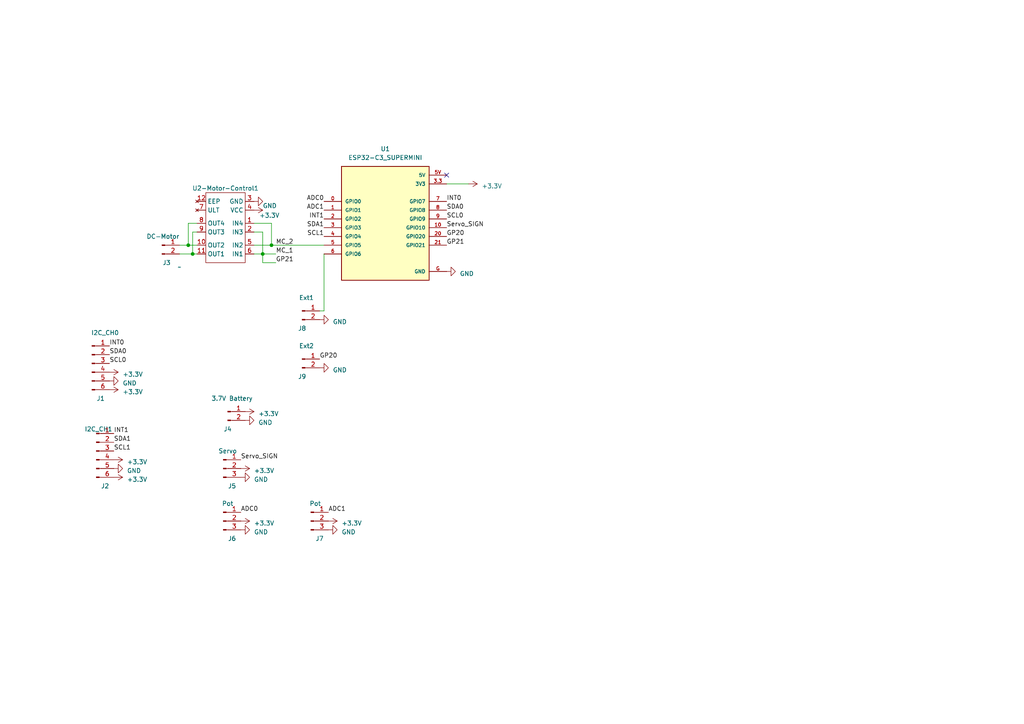
<source format=kicad_sch>
(kicad_sch (version 20231120) (generator "eeschema") (generator_version "8.0")
  (paper "A4")
  (lib_symbols
    (symbol "Connector:Conn_01x02_Pin" (pin_names (offset 1.016) hide)
      (property "Reference" "J" (at 0 2.54 0))
      (property "Value" "Conn_01x02_Pin" (at 0 -5.08 0))
      (symbol "Conn_01x02_Pin_1_1"
        (polyline (pts (xy 1.27 -2.54) (xy 0.8636 -2.54)) (stroke (width 0.1524)))
        (polyline (pts (xy 1.27 0) (xy 0.8636 0)) (stroke (width 0.1524)))
        (rectangle (start 0.8636 -2.413) (end 0 -2.667) (stroke (width 0.1524)) (fill (type outline)))
        (rectangle (start 0.8636 0.127) (end 0 -0.127) (stroke (width 0.1524)) (fill (type outline)))
        (pin passive line (at 5.08 0 180) (length 3.81) (name "Pin_1") (number "1"))
        (pin passive line (at 5.08 -2.54 180) (length 3.81) (name "Pin_2") (number "2"))
      )
    )
    (symbol "Connector:Conn_01x03_Pin" (pin_names (offset 1.016) hide)
      (property "Reference" "J" (at 0 5.08 0))
      (property "Value" "Conn_01x03_Pin" (at 0 -5.08 0))
      (symbol "Conn_01x03_Pin_1_1"
        (polyline (pts (xy 1.27 -2.54) (xy 0.8636 -2.54)) (stroke (width 0.1524)))
        (polyline (pts (xy 1.27 0) (xy 0.8636 0)) (stroke (width 0.1524)))
        (polyline (pts (xy 1.27 2.54) (xy 0.8636 2.54)) (stroke (width 0.1524)))
        (rectangle (start 0.8636 -2.413) (end 0 -2.667) (stroke (width 0.1524)) (fill (type outline)))
        (rectangle (start 0.8636 0.127) (end 0 -0.127) (stroke (width 0.1524)) (fill (type outline)))
        (rectangle (start 0.8636 2.667) (end 0 2.413) (stroke (width 0.1524)) (fill (type outline)))
        (pin passive line (at 5.08 2.54 180) (length 3.81) (name "Pin_1") (number "1"))
        (pin passive line (at 5.08 0 180) (length 3.81) (name "Pin_2") (number "2"))
        (pin passive line (at 5.08 -2.54 180) (length 3.81) (name "Pin_3") (number "3"))
      )
    )
    (symbol "Connector:Conn_01x06_Pin" (pin_names (offset 1.016) hide)
      (property "Reference" "J" (at 0 7.62 0))
      (property "Value" "Conn_01x06_Pin" (at 0 -10.16 0))
      (symbol "Conn_01x06_Pin_1_1"
        (polyline (pts (xy 1.27 -7.62) (xy 0.8636 -7.62)) (stroke (width 0.1524)))
        (polyline (pts (xy 1.27 -5.08) (xy 0.8636 -5.08)) (stroke (width 0.1524)))
        (polyline (pts (xy 1.27 -2.54) (xy 0.8636 -2.54)) (stroke (width 0.1524)))
        (polyline (pts (xy 1.27 0) (xy 0.8636 0)) (stroke (width 0.1524)))
        (polyline (pts (xy 1.27 2.54) (xy 0.8636 2.54)) (stroke (width 0.1524)))
        (polyline (pts (xy 1.27 5.08) (xy 0.8636 5.08)) (stroke (width 0.1524)))
        (rectangle (start 0.8636 -7.493) (end 0 -7.747) (stroke (width 0.1524)) (fill (type outline)))
        (rectangle (start 0.8636 -4.953) (end 0 -5.207) (stroke (width 0.1524)) (fill (type outline)))
        (rectangle (start 0.8636 -2.413) (end 0 -2.667) (stroke (width 0.1524)) (fill (type outline)))
        (rectangle (start 0.8636 0.127) (end 0 -0.127) (stroke (width 0.1524)) (fill (type outline)))
        (rectangle (start 0.8636 2.667) (end 0 2.413) (stroke (width 0.1524)) (fill (type outline)))
        (rectangle (start 0.8636 5.207) (end 0 4.953) (stroke (width 0.1524)) (fill (type outline)))
        (pin passive line (at 5.08 5.08 180) (length 3.81) (name "Pin_1") (number "1"))
        (pin passive line (at 5.08 2.54 180) (length 3.81) (name "Pin_2") (number "2"))
        (pin passive line (at 5.08 0 180) (length 3.81) (name "Pin_3") (number "3"))
        (pin passive line (at 5.08 -2.54 180) (length 3.81) (name "Pin_4") (number "4"))
        (pin passive line (at 5.08 -5.08 180) (length 3.81) (name "Pin_5") (number "5"))
        (pin passive line (at 5.08 -7.62 180) (length 3.81) (name "Pin_6") (number "6"))
      )
    )
    (symbol "DRV8833:DRV8833_Module"
      (property "Reference" "U" (at -19.05 0 0))
      (symbol "DRV8833_Module_0_1"
        (rectangle (start -19.05 -1.27) (end -7.62 -21.59))
      )
      (symbol "DRV8833_Module_1_1"
        (pin input line (at -21.59 -12.7 0) (length 2.54) (name "IN4") (number "1"))
        (pin output line (at -5.08 -6.35 180) (length 2.54) (name "OUT2") (number "10"))
        (pin output line (at -5.08 -3.81 180) (length 2.54) (name "OUT1") (number "11"))
        (pin no_connect line (at -5.08 -19.05 180) (length 2.54) (name "EEP") (number "12"))
        (pin input line (at -21.59 -10.16 0) (length 2.54) (name "IN3") (number "2"))
        (pin power_in line (at -21.59 -19.05 0) (length 2.54) (name "GND") (number "3"))
        (pin power_in line (at -21.59 -16.51 0) (length 2.54) (name "VCC") (number "4"))
        (pin input line (at -21.59 -6.35 0) (length 2.54) (name "IN2") (number "5"))
        (pin input line (at -21.59 -3.81 0) (length 2.54) (name "IN1") (number "6"))
        (pin no_connect line (at -5.08 -16.51 180) (length 2.54) (name "ULT") (number "7"))
        (pin output line (at -5.08 -12.7 180) (length 2.54) (name "OUT4") (number "8"))
        (pin output line (at -5.08 -10.16 180) (length 2.54) (name "OUT3") (number "9"))
      )
    )
    (symbol "ESP32-C3_SUPERMINI:ESP32-C3_SUPERMINI" (pin_names (offset 1.016))
      (property "Reference" "U" (at -12.7 16.002 0))
      (property "Value" "ESP32-C3_SUPERMINI" (at -12.7 -20.32 0))
      (symbol "ESP32-C3_SUPERMINI_0_0"
        (rectangle (start -12.7 15.24) (end 12.7 -17.78) (stroke (width 0.254)) (fill (type background)))
        (pin bidirectional line (at -17.78 5.08 0) (length 5.08) (name "GPIO0") (number "0"))
        (pin bidirectional line (at -17.78 2.54 0) (length 5.08) (name "GPIO1") (number "1"))
        (pin bidirectional line (at 17.78 -2.54 180) (length 5.08) (name "GPIO10") (number "10"))
        (pin bidirectional line (at -17.78 0 0) (length 5.08) (name "GPIO2") (number "2"))
        (pin bidirectional line (at 17.78 -5.08 180) (length 5.08) (name "GPIO20") (number "20"))
        (pin bidirectional line (at 17.78 -7.62 180) (length 5.08) (name "GPIO21") (number "21"))
        (pin bidirectional line (at -17.78 -2.54 0) (length 5.08) (name "GPIO3") (number "3"))
        (pin power_in line (at 17.78 10.16 180) (length 5.08) (name "3V3") (number "3.3"))
        (pin bidirectional line (at -17.78 -5.08 0) (length 5.08) (name "GPIO4") (number "4"))
        (pin bidirectional line (at -17.78 -7.62 0) (length 5.08) (name "GPIO5") (number "5"))
        (pin power_in line (at 17.78 12.7 180) (length 5.08) (name "5V") (number "5V"))
        (pin bidirectional line (at -17.78 -10.16 0) (length 5.08) (name "GPIO6") (number "6"))
        (pin bidirectional line (at 17.78 5.08 180) (length 5.08) (name "GPIO7") (number "7"))
        (pin bidirectional line (at 17.78 2.54 180) (length 5.08) (name "GPIO8") (number "8"))
        (pin bidirectional line (at 17.78 0 180) (length 5.08) (name "GPIO9") (number "9"))
        (pin power_in line (at 17.78 -15.24 180) (length 5.08) (name "GND") (number "G"))
      )
    )
    (symbol "power:+3.3V" (power) (pin_names (offset 0))
      (property "Value" "+3.3V" (at 0 3.556 0))
      (symbol "+3.3V_0_1"
        (polyline (pts (xy -0.762 1.27) (xy 0 2.54)))
        (polyline (pts (xy 0 0) (xy 0 2.54)))
        (polyline (pts (xy 0 2.54) (xy 0.762 1.27)))
      )
      (symbol "+3.3V_1_1"
        (pin power_in line (at 0 0 90) (length 0) hide (name "+3.3V") (number "1"))
      )
    )
    (symbol "power:GND" (power) (pin_names (offset 0))
      (property "Value" "GND" (at 0 -3.81 0))
      (symbol "GND_0_1"
        (polyline (pts (xy 0 0) (xy 0 -1.27) (xy 1.27 -1.27) (xy 0 -2.54) (xy -1.27 -1.27) (xy 0 -1.27)))
      )
      (symbol "GND_1_1"
        (pin power_in line (at 0 0 270) (length 0) hide (name "GND") (number "1"))
      )
    )
  )
  (junction (at 76.2 73.66))
  (junction (at 78.74 71.12))
  (junction (at 54.61 71.12))
  (junction (at 55.88 73.66))
  (no_connect (at 129.54 50.8))
  (wire (pts (xy 93.98 73.66) (xy 93.98 90.17)))
  (wire (pts (xy 73.66 71.12) (xy 78.74 71.12)))
  (wire (pts (xy 73.66 64.77) (xy 78.74 64.77)))
  (wire (pts (xy 73.66 73.66) (xy 76.2 73.66)))
  (wire (pts (xy 129.54 53.34) (xy 135.89 53.34)))
  (wire (pts (xy 55.88 67.31) (xy 55.88 73.66)))
  (wire (pts (xy 80.01 76.2) (xy 76.2 76.2)))
  (wire (pts (xy 57.15 71.12) (xy 54.61 71.12)))
  (wire (pts (xy 55.88 73.66) (xy 52.07 73.66)))
  (wire (pts (xy 54.61 64.77) (xy 54.61 71.12)))
  (wire (pts (xy 76.2 73.66) (xy 76.2 76.2)))
  (wire (pts (xy 92.71 90.17) (xy 93.98 90.17)))
  (wire (pts (xy 78.74 71.12) (xy 93.98 71.12)))
  (wire (pts (xy 57.15 73.66) (xy 55.88 73.66)))
  (wire (pts (xy 73.66 67.31) (xy 76.2 67.31)))
  (wire (pts (xy 57.15 64.77) (xy 54.61 64.77)))
  (wire (pts (xy 76.2 73.66) (xy 80.01 73.66)))
  (wire (pts (xy 78.74 64.77) (xy 78.74 71.12)))
  (wire (pts (xy 57.15 67.31) (xy 55.88 67.31)))
  (wire (pts (xy 76.2 67.31) (xy 76.2 73.66)))
  (wire (pts (xy 54.61 71.12) (xy 52.07 71.12)))
  (label "SDA0" (at 129.54 60.96 0))
  (label "Servo_SIGN" (at 129.54 66.04 0))
  (label "GP21" (at 80.01 76.2 0))
  (label "INT0" (at 129.54 58.42 0))
  (label "SCL1" (at 33.02 130.81 0))
  (label "INT0" (at 31.75 100.33 0))
  (label "SDA0" (at 31.75 102.87 0))
  (label "GP20" (at 129.54 68.58 0))
  (label "SCL0" (at 129.54 63.5 0))
  (label "GP21" (at 129.54 71.12 0))
  (label "INT1" (at 93.98 63.5 180))
  (label "INT1" (at 33.02 125.73 0))
  (label "ADC0" (at 69.85 148.59 0))
  (label "ADC1" (at 95.25 148.59 0))
  (label "SDA1" (at 93.98 66.04 180))
  (label "MC_2" (at 80.01 71.12 0))
  (label "ADC0" (at 93.98 58.42 180))
  (label "Servo_SIGN" (at 69.85 133.35 0))
  (label "SCL1" (at 93.98 68.58 180))
  (label "SDA1" (at 33.02 128.27 0))
  (label "ADC1" (at 93.98 60.96 180))
  (label "SCL0" (at 31.75 105.41 0))
  (label "GP20" (at 92.71 104.14 0))
  (label "MC_1" (at 80.01 73.66 0))
  (symbol (lib_id "power:+3.3V") (at 73.66 60.96 270) (unit 1)
    (property "Reference" "#PWR011" (effects (hide yes)))
    (property "Value" "+3.3V" (at 75.184 62.484 90) (effects (justify left)))
  )
  (symbol (lib_id "power:+3.3V") (at 31.75 113.03 270) (unit 1)
    (property "Reference" "#PWR05" (effects (hide yes)))
    (property "Value" "+3.3V" (at 35.56 113.665 90) (effects (justify left)))
  )
  (symbol (lib_id "power:+3.3V") (at 33.02 138.43 270) (unit 1)
    (property "Reference" "#PWR03" (effects (hide yes)))
    (property "Value" "+3.3V" (at 36.83 139.065 90) (effects (justify left)))
  )
  (symbol (lib_id "power:+3.3V") (at 69.85 135.89 270) (unit 1)
    (property "Reference" "#PWR08" (effects (hide yes)))
    (property "Value" "+3.3V" (at 73.66 136.525 90) (effects (justify left)))
  )
  (symbol (lib_id "power:GND") (at 71.12 121.92 90) (unit 1)
    (property "Reference" "#PWR017" (effects (hide yes)))
    (property "Value" "GND" (at 74.93 122.555 90) (effects (justify right)))
    (property "Footprint" "Connector_PinHeader_2.54mm:PinHeader_1x02_P2.54mm_Vertical" (effects (hide yes)))
  )
  (symbol (lib_id "Connector:Conn_01x02_Pin") (at 87.63 104.14 0) (unit 1)
    (property "Reference" "J9" (at 87.63 109.22 0))
    (property "Value" "Ext2" (at 88.9 100.33 0))
    (property "Footprint" "Connector_PinHeader_2.54mm:PinHeader_1x02_P2.54mm_Vertical" (effects (hide yes)))
  )
  (symbol (lib_id "power:+3.3V") (at 69.85 151.13 270) (unit 1)
    (property "Reference" "#PWR020" (effects (hide yes)))
    (property "Value" "+3.3V" (at 73.66 151.765 90) (effects (justify left)))
  )
  (symbol (lib_id "power:GND") (at 69.85 138.43 90) (unit 1)
    (property "Reference" "#PWR023" (effects (hide yes)))
    (property "Value" "GND" (at 73.66 139.065 90) (effects (justify right)))
  )
  (symbol (lib_id "Connector:Conn_01x06_Pin") (at 27.94 130.81 0) (unit 1)
    (property "Reference" "J2" (at 30.48 140.97 0))
    (property "Value" "I2C_CH1" (at 28.575 124.46 0))
    (property "Footprint" "apds:SIP-6" (effects (hide yes)))
  )
  (symbol (lib_id "power:+3.3V") (at 33.02 133.35 270) (unit 1)
    (property "Reference" "#PWR02" (effects (hide yes)))
    (property "Value" "+3.3V" (at 36.83 133.985 90) (effects (justify left)))
  )
  (symbol (lib_id "power:GND") (at 92.71 106.68 90) (unit 1)
    (property "Reference" "#PWR09" (effects (hide yes)))
    (property "Value" "GND" (at 96.52 107.315 90) (effects (justify right)))
  )
  (symbol (lib_id "Connector:Conn_01x03_Pin") (at 64.77 135.89 0) (unit 1)
    (property "Reference" "J5" (at 67.31 140.97 0))
    (property "Value" "Servo" (at 66.04 130.81 0))
    (property "Footprint" "Connector_PinHeader_2.54mm:PinHeader_1x03_P2.54mm_Vertical" (effects (hide yes)))
  )
  (symbol (lib_id "power:GND") (at 33.02 135.89 90) (unit 1)
    (property "Reference" "#PWR01" (effects (hide yes)))
    (property "Value" "GND" (at 36.83 136.525 90) (effects (justify right)))
  )
  (symbol (lib_id "Connector:Conn_01x02_Pin") (at 46.99 71.12 0) (unit 1)
    (property "Reference" "J3" (at 49.53 76.2 0) (effects (justify right)))
    (property "Value" "DC-Motor" (at 52.07 68.58 0) (effects (justify right)))
    (property "Footprint" "Connector_PinHeader_2.54mm:PinHeader_1x02_P2.54mm_Vertical" (effects (hide yes)))
  )
  (symbol (lib_id "power:+3.3V") (at 95.25 151.13 270) (unit 1)
    (property "Reference" "#PWR024" (effects (hide yes)))
    (property "Value" "+3.3V" (at 99.06 151.765 90) (effects (justify left)))
  )
  (symbol (lib_id "Connector:Conn_01x02_Pin") (at 87.63 90.17 0) (unit 1)
    (property "Reference" "J8" (at 87.63 95.25 0))
    (property "Value" "Ext1" (at 88.9 86.36 0))
    (property "Footprint" "Connector_PinHeader_2.54mm:PinHeader_1x02_P2.54mm_Vertical" (effects (hide yes)))
  )
  (symbol (lib_id "Connector:Conn_01x03_Pin") (at 64.77 151.13 0) (unit 1)
    (property "Reference" "J6" (at 67.31 156.21 0))
    (property "Value" "Pot" (at 66.04 146.05 0))
    (property "Footprint" "Connector_PinSocket_2.54mm:PinSocket_1x03_P2.54mm_Vertical" (effects (hide yes)))
  )
  (symbol (lib_id "Connector:Conn_01x02_Pin") (at 66.04 119.38 0) (unit 1)
    (property "Reference" "J4" (at 66.04 124.46 0))
    (property "Value" "3.7V Battery" (at 67.31 115.57 0))
    (property "Footprint" "Connector_PinHeader_2.54mm:PinHeader_1x02_P2.54mm_Vertical" (effects (hide yes)))
  )
  (symbol (lib_id "power:GND") (at 73.66 58.42 90) (unit 1)
    (property "Reference" "#PWR018" (effects (hide yes)))
    (property "Value" "GND" (at 76.2 59.69 90) (effects (justify right)))
  )
  (symbol (lib_id "power:GND") (at 69.85 153.67 90) (unit 1)
    (property "Reference" "#PWR021" (effects (hide yes)))
    (property "Value" "GND" (at 73.66 154.305 90) (effects (justify right)))
  )
  (symbol (lib_id "ESP32-C3_SUPERMINI:ESP32-C3_SUPERMINI") (at 111.76 63.5 0) (unit 1)
    (property "Reference" "U1" (at 111.76 43.18 0))
    (property "Value" "ESP32-C3_SUPERMINI" (at 111.76 45.72 0))
    (property "Footprint" "espc3Library:MODULE_ESP32-C3_SUPERMINI" (effects (hide yes)))
    (property "MAXIMUM_PACKAGE_HEIGHT" "4.2mm" (effects (hide yes)))
  )
  (symbol (lib_id "power:+3.3V") (at 135.89 53.34 270) (unit 1)
    (property "Reference" "#PWR07" (effects (hide yes)))
    (property "Value" "+3.3V" (at 139.7 53.975 90) (effects (justify left)))
  )
  (symbol (lib_id "power:GND") (at 95.25 153.67 90) (unit 1)
    (property "Reference" "#PWR025" (effects (hide yes)))
    (property "Value" "GND" (at 99.06 154.305 90) (effects (justify right)))
  )
  (symbol (lib_id "power:GND") (at 92.71 92.71 90) (unit 1)
    (property "Reference" "#PWR026" (effects (hide yes)))
    (property "Value" "GND" (at 96.52 93.345 90) (effects (justify right)))
  )
  (symbol (lib_id "power:GND") (at 129.54 78.74 90) (unit 1)
    (property "Reference" "#PWR015" (effects (hide yes)))
    (property "Value" "GND" (at 133.35 79.375 90) (effects (justify right)))
  )
  (symbol (lib_id "Connector:Conn_01x03_Pin") (at 90.17 151.13 0) (unit 1)
    (property "Reference" "J7" (at 92.71 156.21 0))
    (property "Value" "Pot" (at 91.44 146.05 0))
    (property "Footprint" "Connector_PinSocket_2.54mm:PinSocket_1x03_P2.54mm_Vertical" (effects (hide yes)))
  )
  (symbol (lib_id "DRV8833:DRV8833_Module") (at 52.07 77.47 180) (unit 1)
    (property "Reference" "U2-Motor-Control1" (at 65.405 54.61 0))
    (property "Value" "~" (at 52.07 77.47 0))
    (property "Footprint" "espc3Library:DIP-12_600_ELL" (effects (hide yes)))
    (property "Datasheet" "https://www.aliexpress.com/item/1005004267220317.html?&_t=pvid:15a687af-60e6-47ef-9400-0a0471d70625&afTraceInfo=1005004267220317__pc__pcBridgePPC__xxxxxx__1687339457&spm=a2g0o.ppclist.product.mainProduct" (effects (hide yes)))
  )
  (symbol (lib_id "power:GND") (at 31.75 110.49 90) (unit 1)
    (property "Reference" "#PWR06" (effects (hide yes)))
    (property "Value" "GND" (at 35.56 111.125 90) (effects (justify right)))
  )
  (symbol (lib_id "power:+3.3V") (at 31.75 107.95 270) (unit 1)
    (property "Reference" "#PWR04" (effects (hide yes)))
    (property "Value" "+3.3V" (at 35.56 108.585 90) (effects (justify left)))
  )
  (symbol (lib_id "Connector:Conn_01x06_Pin") (at 26.67 105.41 0) (unit 1)
    (property "Reference" "J1" (at 29.21 115.57 0))
    (property "Value" "I2C_CH0" (at 30.48 96.52 0))
    (property "Footprint" "apds:SIP-6" (effects (hide yes)))
  )
  (symbol (lib_id "power:+3.3V") (at 71.12 119.38 270) (unit 1)
    (property "Reference" "#PWR010" (effects (hide yes)))
    (property "Value" "+3.3V" (at 74.93 120.015 90) (effects (justify left)))
  )
)
</source>
